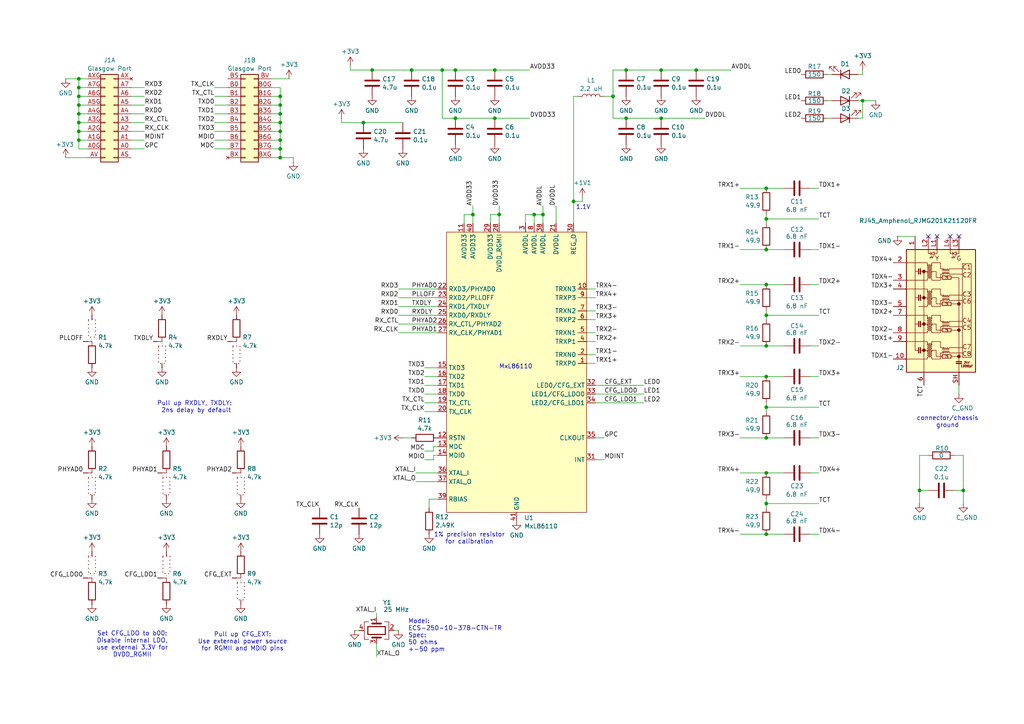
<source format=kicad_sch>
(kicad_sch (version 20231120) (generator "eeschema") (generator_version "8.0")
  (paper "A4")
  (junction (at 222.25 100.33))
  (junction (at 22.86 35.56))
  (junction (at 22.86 22.86))
  (junction (at 137.16 62.23))
  (junction (at 81.28 38.1))
  (junction (at 191.77 34.29))
  (junction (at 154.94 62.23))
  (junction (at 181.61 20.32))
  (junction (at 177.8 27.94))
  (junction (at 222.25 109.22))
  (junction (at 143.51 20.32))
  (junction (at 222.25 91.44))
  (junction (at 222.25 146.05))
  (junction (at 119.38 20.32))
  (junction (at 222.25 63.5))
  (junction (at 222.25 54.61))
  (junction (at 22.86 38.1))
  (junction (at 81.28 27.94))
  (junction (at 201.93 20.32))
  (junction (at 279.4 142.24))
  (junction (at 81.28 35.56))
  (junction (at 166.37 58.42))
  (junction (at 81.28 43.18))
  (junction (at 22.86 25.4))
  (junction (at 22.86 40.64))
  (junction (at 81.28 45.72))
  (junction (at 181.61 34.29))
  (junction (at 107.95 20.32))
  (junction (at 157.48 62.23))
  (junction (at 222.25 137.16))
  (junction (at 132.08 34.29))
  (junction (at 105.41 35.56))
  (junction (at 143.51 34.29))
  (junction (at 191.77 20.32))
  (junction (at 266.7 142.24))
  (junction (at 222.25 154.94))
  (junction (at 22.86 27.94))
  (junction (at 222.25 82.55))
  (junction (at 22.86 33.02))
  (junction (at 81.28 30.48))
  (junction (at 22.86 30.48))
  (junction (at 144.78 62.23))
  (junction (at 128.27 20.32))
  (junction (at 222.25 127))
  (junction (at 250.19 29.21))
  (junction (at 222.25 118.11))
  (junction (at 132.08 20.32))
  (junction (at 222.25 72.39))
  (junction (at 81.28 33.02))
  (junction (at 81.28 40.64))
  (no_connect (at 278.13 68.58))
  (no_connect (at 271.78 68.58))
  (no_connect (at 269.24 68.58))
  (no_connect (at 275.59 68.58))
  (wire (pts (xy 115.57 83.82) (xy 127 83.82)))
  (wire (pts (xy 170.18 96.52) (xy 172.72 96.52)))
  (wire (pts (xy 22.86 38.1) (xy 25.4 38.1)))
  (wire (pts (xy 128.27 20.32) (xy 128.27 34.29)))
  (wire (pts (xy 38.1 38.1) (xy 41.91 38.1)))
  (wire (pts (xy 120.65 139.7) (xy 127 139.7)))
  (wire (pts (xy 125.73 133.35) (xy 125.73 132.08)))
  (wire (pts (xy 123.19 109.22) (xy 127 109.22)))
  (wire (pts (xy 132.08 34.29) (xy 143.51 34.29)))
  (wire (pts (xy 134.62 62.23) (xy 137.16 62.23)))
  (wire (pts (xy 234.95 109.22) (xy 237.49 109.22)))
  (wire (pts (xy 222.25 63.5) (xy 237.49 63.5)))
  (wire (pts (xy 123.19 116.84) (xy 127 116.84)))
  (wire (pts (xy 81.28 27.94) (xy 81.28 30.48)))
  (wire (pts (xy 214.63 127) (xy 222.25 127)))
  (wire (pts (xy 22.86 30.48) (xy 22.86 27.94)))
  (wire (pts (xy 132.08 20.32) (xy 143.51 20.32)))
  (wire (pts (xy 125.73 129.54) (xy 127 129.54)))
  (wire (pts (xy 119.38 20.32) (xy 128.27 20.32)))
  (wire (pts (xy 115.57 91.44) (xy 127 91.44)))
  (wire (pts (xy 234.95 54.61) (xy 237.49 54.61)))
  (wire (pts (xy 222.25 154.94) (xy 227.33 154.94)))
  (wire (pts (xy 78.74 25.4) (xy 81.28 25.4)))
  (wire (pts (xy 107.95 20.32) (xy 119.38 20.32)))
  (wire (pts (xy 81.28 30.48) (xy 78.74 30.48)))
  (wire (pts (xy 127 144.78) (xy 124.46 144.78)))
  (wire (pts (xy 222.25 90.17) (xy 222.25 91.44)))
  (wire (pts (xy 128.27 34.29) (xy 132.08 34.29)))
  (wire (pts (xy 22.86 43.18) (xy 22.86 40.64)))
  (wire (pts (xy 22.86 40.64) (xy 22.86 38.1)))
  (wire (pts (xy 38.1 25.4) (xy 41.91 25.4)))
  (wire (pts (xy 78.74 22.86) (xy 83.82 22.86)))
  (wire (pts (xy 123.19 133.35) (xy 125.73 133.35)))
  (wire (pts (xy 172.72 116.84) (xy 186.69 116.84)))
  (wire (pts (xy 123.19 106.68) (xy 127 106.68)))
  (wire (pts (xy 214.63 109.22) (xy 222.25 109.22)))
  (wire (pts (xy 19.05 22.86) (xy 22.86 22.86)))
  (wire (pts (xy 62.23 27.94) (xy 66.04 27.94)))
  (wire (pts (xy 279.4 142.24) (xy 279.4 146.05)))
  (wire (pts (xy 250.19 29.21) (xy 254 29.21)))
  (wire (pts (xy 170.18 105.41) (xy 172.72 105.41)))
  (wire (pts (xy 175.26 127) (xy 172.72 127)))
  (wire (pts (xy 172.72 111.76) (xy 186.69 111.76)))
  (wire (pts (xy 276.86 142.24) (xy 279.4 142.24)))
  (wire (pts (xy 38.1 33.02) (xy 41.91 33.02)))
  (wire (pts (xy 101.6 19.05) (xy 101.6 20.32)))
  (wire (pts (xy 241.3 21.59) (xy 240.03 21.59)))
  (wire (pts (xy 191.77 34.29) (xy 204.47 34.29)))
  (wire (pts (xy 38.1 43.18) (xy 41.91 43.18)))
  (wire (pts (xy 214.63 154.94) (xy 222.25 154.94)))
  (wire (pts (xy 170.18 92.71) (xy 172.72 92.71)))
  (wire (pts (xy 22.86 25.4) (xy 25.4 25.4)))
  (wire (pts (xy 152.4 62.23) (xy 154.94 62.23)))
  (wire (pts (xy 166.37 27.94) (xy 166.37 58.42)))
  (wire (pts (xy 115.57 86.36) (xy 127 86.36)))
  (wire (pts (xy 120.65 137.16) (xy 127 137.16)))
  (wire (pts (xy 115.57 88.9) (xy 127 88.9)))
  (wire (pts (xy 62.23 38.1) (xy 66.04 38.1)))
  (wire (pts (xy 170.18 102.87) (xy 172.72 102.87)))
  (wire (pts (xy 81.28 27.94) (xy 78.74 27.94)))
  (wire (pts (xy 175.26 27.94) (xy 177.8 27.94)))
  (wire (pts (xy 144.78 62.23) (xy 144.78 64.77)))
  (wire (pts (xy 240.03 34.29) (xy 241.3 34.29)))
  (wire (pts (xy 222.25 82.55) (xy 227.33 82.55)))
  (wire (pts (xy 248.92 34.29) (xy 250.19 34.29)))
  (wire (pts (xy 269.24 132.08) (xy 266.7 132.08)))
  (wire (pts (xy 222.25 118.11) (xy 237.49 118.11)))
  (wire (pts (xy 38.1 27.94) (xy 41.91 27.94)))
  (wire (pts (xy 81.28 40.64) (xy 81.28 43.18)))
  (wire (pts (xy 81.28 30.48) (xy 81.28 33.02)))
  (wire (pts (xy 142.24 62.23) (xy 144.78 62.23)))
  (wire (pts (xy 22.86 22.86) (xy 22.86 25.4)))
  (wire (pts (xy 85.09 45.72) (xy 85.09 46.99)))
  (wire (pts (xy 222.25 146.05) (xy 222.25 147.32)))
  (wire (pts (xy 214.63 137.16) (xy 222.25 137.16)))
  (wire (pts (xy 222.25 72.39) (xy 227.33 72.39)))
  (wire (pts (xy 172.72 114.3) (xy 186.69 114.3)))
  (wire (pts (xy 191.77 20.32) (xy 201.93 20.32)))
  (wire (pts (xy 62.23 30.48) (xy 66.04 30.48)))
  (wire (pts (xy 99.06 35.56) (xy 105.41 35.56)))
  (wire (pts (xy 137.16 62.23) (xy 137.16 64.77)))
  (wire (pts (xy 234.95 127) (xy 237.49 127)))
  (wire (pts (xy 181.61 34.29) (xy 191.77 34.29)))
  (wire (pts (xy 222.25 91.44) (xy 222.25 92.71)))
  (wire (pts (xy 170.18 83.82) (xy 172.72 83.82)))
  (wire (pts (xy 123.19 111.76) (xy 127 111.76)))
  (wire (pts (xy 22.86 35.56) (xy 22.86 33.02)))
  (wire (pts (xy 157.48 59.69) (xy 157.48 62.23)))
  (wire (pts (xy 143.51 34.29) (xy 153.67 34.29)))
  (wire (pts (xy 266.7 132.08) (xy 266.7 142.24)))
  (wire (pts (xy 222.25 118.11) (xy 222.25 119.38)))
  (wire (pts (xy 154.94 62.23) (xy 157.48 62.23)))
  (wire (pts (xy 22.86 38.1) (xy 22.86 35.56)))
  (wire (pts (xy 222.25 54.61) (xy 227.33 54.61)))
  (wire (pts (xy 109.22 177.8) (xy 109.22 179.07)))
  (wire (pts (xy 81.28 43.18) (xy 81.28 45.72)))
  (wire (pts (xy 143.51 20.32) (xy 153.67 20.32)))
  (wire (pts (xy 234.95 72.39) (xy 237.49 72.39)))
  (wire (pts (xy 81.28 25.4) (xy 81.28 27.94)))
  (wire (pts (xy 214.63 54.61) (xy 222.25 54.61)))
  (wire (pts (xy 214.63 82.55) (xy 222.25 82.55)))
  (wire (pts (xy 214.63 100.33) (xy 222.25 100.33)))
  (wire (pts (xy 250.19 20.32) (xy 250.19 21.59)))
  (wire (pts (xy 85.09 45.72) (xy 81.28 45.72)))
  (wire (pts (xy 25.4 43.18) (xy 22.86 43.18)))
  (wire (pts (xy 152.4 64.77) (xy 152.4 62.23)))
  (wire (pts (xy 22.86 33.02) (xy 25.4 33.02)))
  (wire (pts (xy 22.86 40.64) (xy 25.4 40.64)))
  (wire (pts (xy 38.1 30.48) (xy 41.91 30.48)))
  (wire (pts (xy 222.25 137.16) (xy 227.33 137.16)))
  (wire (pts (xy 154.94 62.23) (xy 154.94 64.77)))
  (wire (pts (xy 62.23 40.64) (xy 66.04 40.64)))
  (wire (pts (xy 144.78 59.69) (xy 144.78 62.23)))
  (wire (pts (xy 123.19 119.38) (xy 127 119.38)))
  (wire (pts (xy 278.13 114.3) (xy 278.13 111.76)))
  (wire (pts (xy 248.92 29.21) (xy 250.19 29.21)))
  (wire (pts (xy 142.24 64.77) (xy 142.24 62.23)))
  (wire (pts (xy 81.28 33.02) (xy 81.28 35.56)))
  (wire (pts (xy 125.73 132.08) (xy 127 132.08)))
  (wire (pts (xy 22.86 27.94) (xy 25.4 27.94)))
  (wire (pts (xy 125.73 130.81) (xy 125.73 129.54)))
  (wire (pts (xy 266.7 142.24) (xy 266.7 146.05)))
  (wire (pts (xy 38.1 35.56) (xy 41.91 35.56)))
  (wire (pts (xy 62.23 25.4) (xy 66.04 25.4)))
  (wire (pts (xy 157.48 62.23) (xy 157.48 64.77)))
  (wire (pts (xy 81.28 43.18) (xy 78.74 43.18)))
  (wire (pts (xy 222.25 91.44) (xy 237.49 91.44)))
  (wire (pts (xy 124.46 144.78) (xy 124.46 147.32)))
  (wire (pts (xy 81.28 45.72) (xy 78.74 45.72)))
  (wire (pts (xy 177.8 34.29) (xy 181.61 34.29)))
  (wire (pts (xy 102.87 182.88) (xy 104.14 182.88)))
  (wire (pts (xy 222.25 146.05) (xy 237.49 146.05)))
  (wire (pts (xy 81.28 33.02) (xy 78.74 33.02)))
  (wire (pts (xy 137.16 59.69) (xy 137.16 62.23)))
  (wire (pts (xy 222.25 100.33) (xy 227.33 100.33)))
  (wire (pts (xy 177.8 20.32) (xy 181.61 20.32)))
  (wire (pts (xy 181.61 20.32) (xy 191.77 20.32)))
  (wire (pts (xy 166.37 58.42) (xy 166.37 64.77)))
  (wire (pts (xy 128.27 20.32) (xy 132.08 20.32)))
  (wire (pts (xy 222.25 63.5) (xy 222.25 64.77)))
  (wire (pts (xy 101.6 20.32) (xy 107.95 20.32)))
  (wire (pts (xy 123.19 114.3) (xy 127 114.3)))
  (wire (pts (xy 248.92 21.59) (xy 250.19 21.59)))
  (wire (pts (xy 234.95 154.94) (xy 237.49 154.94)))
  (wire (pts (xy 81.28 38.1) (xy 81.28 40.64)))
  (wire (pts (xy 81.28 40.64) (xy 78.74 40.64)))
  (wire (pts (xy 170.18 86.36) (xy 172.72 86.36)))
  (wire (pts (xy 62.23 33.02) (xy 66.04 33.02)))
  (wire (pts (xy 177.8 20.32) (xy 177.8 27.94)))
  (wire (pts (xy 168.91 57.15) (xy 168.91 58.42)))
  (wire (pts (xy 123.19 130.81) (xy 125.73 130.81)))
  (wire (pts (xy 260.35 68.58) (xy 265.43 68.58)))
  (wire (pts (xy 269.24 142.24) (xy 266.7 142.24)))
  (wire (pts (xy 22.86 30.48) (xy 22.86 33.02)))
  (wire (pts (xy 234.95 137.16) (xy 237.49 137.16)))
  (wire (pts (xy 222.25 127) (xy 227.33 127)))
  (wire (pts (xy 81.28 35.56) (xy 81.28 38.1)))
  (wire (pts (xy 166.37 58.42) (xy 168.91 58.42)))
  (wire (pts (xy 175.26 133.35) (xy 172.72 133.35)))
  (wire (pts (xy 222.25 116.84) (xy 222.25 118.11)))
  (wire (pts (xy 38.1 40.64) (xy 41.91 40.64)))
  (wire (pts (xy 222.25 62.23) (xy 222.25 63.5)))
  (wire (pts (xy 170.18 90.17) (xy 172.72 90.17)))
  (wire (pts (xy 22.86 30.48) (xy 25.4 30.48)))
  (wire (pts (xy 276.86 132.08) (xy 279.4 132.08)))
  (wire (pts (xy 279.4 132.08) (xy 279.4 142.24)))
  (wire (pts (xy 134.62 64.77) (xy 134.62 62.23)))
  (wire (pts (xy 105.41 35.56) (xy 116.84 35.56)))
  (wire (pts (xy 116.84 127) (xy 119.38 127)))
  (wire (pts (xy 234.95 82.55) (xy 237.49 82.55)))
  (wire (pts (xy 201.93 20.32) (xy 212.09 20.32)))
  (wire (pts (xy 161.29 59.69) (xy 161.29 64.77)))
  (wire (pts (xy 22.86 35.56) (xy 25.4 35.56)))
  (wire (pts (xy 250.19 29.21) (xy 250.19 34.29)))
  (wire (pts (xy 62.23 43.18) (xy 66.04 43.18)))
  (wire (pts (xy 22.86 22.86) (xy 25.4 22.86)))
  (wire (pts (xy 222.25 109.22) (xy 227.33 109.22)))
  (wire (pts (xy 99.06 34.29) (xy 99.06 35.56)))
  (wire (pts (xy 109.22 190.5) (xy 109.22 186.69)))
  (wire (pts (xy 81.28 38.1) (xy 78.74 38.1)))
  (wire (pts (xy 22.86 25.4) (xy 22.86 27.94)))
  (wire (pts (xy 214.63 72.39) (xy 222.25 72.39)))
  (wire (pts (xy 170.18 99.06) (xy 172.72 99.06)))
  (wire (pts (xy 234.95 100.33) (xy 237.49 100.33)))
  (wire (pts (xy 167.64 27.94) (xy 166.37 27.94)))
  (wire (pts (xy 177.8 27.94) (xy 177.8 34.29)))
  (wire (pts (xy 115.57 96.52) (xy 127 96.52)))
  (wire (pts (xy 19.05 45.72) (xy 25.4 45.72)))
  (wire (pts (xy 240.03 29.21) (xy 241.3 29.21)))
  (wire (pts (xy 81.28 35.56) (xy 78.74 35.56)))
  (wire (pts (xy 62.23 35.56) (xy 66.04 35.56)))
  (wire (pts (xy 115.57 93.98) (xy 127 93.98)))
  (wire (pts (xy 114.3 182.88) (xy 115.57 182.88)))
  (wire (pts (xy 222.25 144.78) (xy 222.25 146.05)))
  (text "1.1V" (at 169.164 60.198 0) (effects (font (size 1.27 1.27))))
  (text "MxL86110" (at 149.606 106.426 0) (effects (font (size 1.27 1.27))))
  (text "Pull up RXDLY, TXDLY: \n2ns delay by default" (at 56.896 118.11 0) (effects (font (size 1.27 1.27))))
  (text "connector/chassis\nground" (at 274.828 122.428 0) (effects (font (size 1.27 1.27))))
  (text "Set CFG_LDO to b00:\nDisable internal LDO,\nuse external 3.3V for\nDVDD_RGMII" (at 38.354 186.944 0) (effects (font (size 1.27 1.27))))
  (text "Pull up CFG_EXT:\nUse external power source\nfor RGMII and MDIO pins" (at 70.358 186.182 0) (effects (font (size 1.27 1.27))))
  (text "1% precision resistor\nfor calibration" (at 136.144 156.21 0) (effects (font (size 1.27 1.27))))
  (text "Model: \nECS-250-10-37B-CTN-TR\nSpec:\n50 ohms\n+-50 ppm" (at 118.364 184.404 0) (effects (font (size 1.27 1.27)) (justify left)))
  (label "TXD1" (at 62.23 33.02 180))
  (label "DVDD33" (at 144.78 59.69 90))
  (label "MDC" (at 123.19 130.81 180))
  (label "TDX2-" (at 237.49 100.33 0))
  (label "RX_CLK" (at 115.57 96.52 180))
  (label "RXD0" (at 115.57 91.44 180))
  (label "TXD2" (at 62.23 35.56 180))
  (label "CFG_LDO1" (at 45.72 167.64 180))
  (label "PHYAD0" (at 24.13 137.16 180))
  (label "TRX3-" (at 214.63 127 180))
  (label "CFG_LDO0" (at 24.13 167.64 180))
  (label "MDIO" (at 123.19 133.35 180))
  (label "RXDLY" (at 66.04 99.06 180))
  (label "TCT" (at 237.49 91.44 0))
  (label "DVDDL" (at 204.47 34.29 0))
  (label "MDINT" (at 175.26 133.35 0))
  (label "TCT" (at 237.49 146.05 0))
  (label "TX_CLK" (at 123.19 119.38 180))
  (label "TRX3+" (at 214.63 109.22 180))
  (label "TRX1+" (at 172.72 105.41 0))
  (label "AVDD33" (at 153.67 20.32 0))
  (label "LED2" (at 186.69 116.84 0))
  (label "TRX2-" (at 214.63 100.33 180))
  (label "TDX1+" (at 237.49 54.61 0))
  (label "TXD0" (at 123.19 114.3 180))
  (label "PLLOFF" (at 119.38 86.36 0))
  (label "DVDD33" (at 153.67 34.29 0))
  (label "TDX3+" (at 237.49 109.22 0))
  (label "RX_CLK" (at 104.14 147.32 180))
  (label "TRX4-" (at 214.63 154.94 180))
  (label "TDX4-" (at 237.49 154.94 0))
  (label "TRX1+" (at 214.63 54.61 180))
  (label "TCT" (at 237.49 63.5 0))
  (label "RXD1" (at 115.57 88.9 180))
  (label "TRX4+" (at 214.63 137.16 180))
  (label "RXDLY" (at 119.38 91.44 0))
  (label "GPC" (at 41.91 43.18 0))
  (label "TCT" (at 237.49 118.11 0))
  (label "TXDLY" (at 44.45 99.06 180))
  (label "RXD0" (at 41.91 33.02 0))
  (label "MDIO" (at 62.23 40.64 180))
  (label "TDX1-" (at 237.49 72.39 0))
  (label "CFG_EXT" (at 67.31 167.64 180))
  (label "GPC" (at 175.26 127 0))
  (label "AVDD33" (at 137.16 59.69 90))
  (label "RXD3" (at 115.57 83.82 180))
  (label "RXD1" (at 41.91 30.48 0))
  (label "TCT" (at 267.97 111.76 270))
  (label "TRX1-" (at 214.63 72.39 180))
  (label "TXD3" (at 62.23 38.1 180))
  (label "PHYAD2" (at 119.38 93.98 0))
  (label "XTAL_O" (at 120.65 139.7 180))
  (label "TRX1-" (at 172.72 102.87 0))
  (label "TRX2+" (at 214.63 82.55 180))
  (label "TDX3+" (at 259.08 83.82 180))
  (label "TX_CLK" (at 92.71 147.32 180))
  (label "AVDDL" (at 212.09 20.32 0))
  (label "XTAL_I" (at 109.22 177.8 180))
  (label "RXD2" (at 115.57 86.36 180))
  (label "LED0" (at 232.41 21.59 180))
  (label "TRX2+" (at 172.72 99.06 0))
  (label "CFG_LDO1" (at 175.26 116.84 0))
  (label "TRX3-" (at 172.72 90.17 0))
  (label "MDC" (at 62.23 43.18 180))
  (label "TXD2" (at 123.19 109.22 180))
  (label "TDX3-" (at 259.08 88.9 180))
  (label "PHYAD1" (at 45.72 137.16 180))
  (label "TX_CTL" (at 62.23 27.94 180))
  (label "TDX1+" (at 259.08 99.06 180))
  (label "TXDLY" (at 119.38 88.9 0))
  (label "XTAL_I" (at 120.65 137.16 180))
  (label "LED0" (at 186.69 111.76 0))
  (label "PHYAD0" (at 119.38 83.82 0))
  (label "PLLOFF" (at 24.13 99.06 180))
  (label "LED2" (at 232.41 34.29 180))
  (label "PHYAD2" (at 67.31 137.16 180))
  (label "TRX4-" (at 172.72 83.82 0))
  (label "TDX4-" (at 259.08 81.28 180))
  (label "RX_CTL" (at 41.91 35.56 0))
  (label "CFG_EXT" (at 175.26 111.76 0))
  (label "PHYAD1" (at 119.38 96.52 0))
  (label "RXD2" (at 41.91 27.94 0))
  (label "RXD3" (at 41.91 25.4 0))
  (label "TRX2-" (at 172.72 96.52 0))
  (label "TDX2+" (at 259.08 91.44 180))
  (label "RX_CLK" (at 41.91 38.1 0))
  (label "TXD0" (at 62.23 30.48 180))
  (label "TRX4+" (at 172.72 86.36 0))
  (label "XTAL_O" (at 109.22 190.5 0))
  (label "TDX2-" (at 259.08 96.52 180))
  (label "LED1" (at 186.69 114.3 0))
  (label "TDX2+" (at 237.49 82.55 0))
  (label "TX_CTL" (at 123.19 116.84 180))
  (label "TXD3" (at 123.19 106.68 180))
  (label "TX_CLK" (at 62.23 25.4 180))
  (label "DVDDL" (at 161.29 59.69 90))
  (label "TDX4+" (at 237.49 137.16 0))
  (label "AVDDL" (at 157.48 59.69 90))
  (label "CFG_LDO0" (at 175.26 114.3 0))
  (label "MDINT" (at 41.91 40.64 0))
  (label "TDX1-" (at 259.08 104.14 180))
  (label "TDX4+" (at 259.08 76.2 180))
  (label "TXD1" (at 123.19 111.76 180))
  (label "TDX3-" (at 237.49 127 0))
  (label "LED1" (at 232.41 29.21 180))
  (label "TRX3+" (at 172.72 92.71 0))
  (label "RX_CTL" (at 115.57 93.98 180))
  (symbol (lib_id "power:+3V3") (at 83.82 22.86 0) (unit 1)
    (property "Reference" "#PWR021" (effects (hide yes)))
    (property "Value" "+3V3" (at 83.82 18.7269 0))
    (property "Description" "Power symbol creates a global label with name \"+3V3\"" (effects (hide yes)))
  )
  (symbol (lib_id "power:GND") (at 181.61 27.94 0) (unit 1)
    (property "Reference" "#PWR033" (effects (hide yes)))
    (property "Value" "GND" (at 181.61 32.0731 0))
    (property "Description" "Power symbol creates a global label with name \"GND\" , ground" (effects (hide yes)))
  )
  (symbol (lib_id "Device:Crystal_GND24") (at 109.22 182.88 270) (unit 1)
    (property "Reference" "Y1" (at 113.538 174.752 90) (effects (justify right)))
    (property "Value" "25 MHz" (at 118.618 176.784 90) (effects (justify right)))
    (property "Footprint" "glasgow:XTAL_ECS-160-9-37-CKM-TR" (effects (hide yes)))
    (property "Description" "Four pin crystal, GND on pins 2 and 4" (effects (hide yes)))
  )
  (symbol (lib_id "Device:C") (at 107.95 24.13 0) (unit 1)
    (property "Reference" "C17" (at 110.871 22.9178 0) (effects (justify left)))
    (property "Value" "4.7u" (at 110.871 25.3421 0) (effects (justify left)))
    (property "Footprint" "Capacitor_SMD:C_1206_3216Metric" (effects (hide yes)))
    (property "Description" "Unpolarized capacitor" (effects (hide yes)))
  )
  (symbol (lib_id "Device:LED") (at 245.11 21.59 0) (mirror x) (unit 1)
    (property "Reference" "D1" (at 245.11 18.542 0))
    (property "Value" "LED" (effects (hide yes)))
    (property "Footprint" "Diode_SMD:D_0603_1608Metric" (effects (hide yes)))
    (property "Description" "Light emitting diode" (effects (hide yes)))
  )
  (symbol (lib_id "Device:R") (at 236.22 21.59 90) (unit 1)
    (property "Reference" "R17" (at 236.22 19.304 90))
    (property "Value" "150" (at 236.22 21.59 90))
    (property "Footprint" "Resistor_SMD:R_0402_1005Metric" (effects (hide yes)))
    (property "Description" "Resistor" (effects (hide yes)))
  )
  (symbol (lib_id "Device:C") (at 231.14 154.94 270) (mirror x) (unit 1)
    (property "Reference" "C24" (at 231.14 149.098 90))
    (property "Value" "6.8 nF" (at 231.14 151.13 90))
    (property "Footprint" "Capacitor_SMD:C_0402_1005Metric" (effects (hide yes)))
    (property "Description" "Unpolarized capacitor" (effects (hide yes)))
  )
  (symbol (lib_id "power:GND") (at 149.86 151.13 0) (unit 1)
    (property "Reference" "#PWR032" (effects (hide yes)))
    (property "Value" "GND" (at 149.86 155.2631 0))
    (property "Description" "Power symbol creates a global label with name \"GND\" , ground" (effects (hide yes)))
  )
  (symbol (lib_id "Device:C") (at 132.08 24.13 0) (unit 1)
    (property "Reference" "C3" (at 135.001 22.9178 0) (effects (justify left)))
    (property "Value" "0.1u" (at 135.001 25.3421 0) (effects (justify left)))
    (property "Footprint" "Capacitor_SMD:C_0402_1005Metric" (effects (hide yes)))
    (property "Description" "Unpolarized capacitor" (effects (hide yes)))
  )
  (symbol (lib_id "power:+3V3") (at 26.67 91.44 0) (unit 1)
    (property "Reference" "#PWR03" (effects (hide yes)))
    (property "Value" "+3V3" (at 26.67 87.3069 0))
    (property "Description" "Power symbol creates a global label with name \"+3V3\"" (effects (hide yes)))
  )
  (symbol (lib_id "Device:C") (at 231.14 127 270) (mirror x) (unit 1)
    (property "Reference" "C16" (at 231.14 121.158 90))
    (property "Value" "6.8 nF" (at 231.14 123.19 90))
    (property "Footprint" "Capacitor_SMD:C_0402_1005Metric" (effects (hide yes)))
    (property "Description" "Unpolarized capacitor" (effects (hide yes)))
  )
  (symbol (lib_id "power:GND") (at 266.7 146.05 0) (unit 1)
    (property "Reference" "#PWR049" (effects (hide yes)))
    (property "Value" "GND" (at 266.7 150.1831 0))
    (property "Description" "Power symbol creates a global label with name \"GND\" , ground" (effects (hide yes)))
  )
  (symbol (lib_id "glasgow:Glasgow Ports") (at 30.48 35.56 0) (unit 1)
    (property "Reference" "J1" (at 31.75 17.4455 0))
    (property "Value" "Glasgow Port" (at 31.75 19.8698 0))
    (property "Footprint" "glasgow:Glasgow" (effects (hide yes)))
  )
  (symbol (lib_id "Device:C") (at 201.93 24.13 0) (unit 1)
    (property "Reference" "C19" (at 204.851 22.9178 0) (effects (justify left)))
    (property "Value" "0.1u" (at 204.851 25.3421 0) (effects (justify left)))
    (property "Footprint" "Capacitor_SMD:C_0402_1005Metric" (effects (hide yes)))
    (property "Description" "Unpolarized capacitor" (effects (hide yes)))
  )
  (symbol (lib_id "Device:C") (at 273.05 142.24 270) (unit 1)
    (property "Reference" "C22" (at 273.05 135.9365 90))
    (property "Value" "0.1u" (at 273.05 138.3608 90))
    (property "Footprint" "Capacitor_SMD:C_0402_1005Metric" (effects (hide yes)))
    (property "Description" "Unpolarized capacitor" (effects (hide yes)))
  )
  (symbol (lib_id "Device:R") (at 124.46 151.13 180) (unit 1)
    (property "Reference" "R12" (at 126.238 149.9178 0) (effects (justify right)))
    (property "Value" "2.49K" (at 126.238 152.3421 0) (effects (justify right)))
    (property "Footprint" "Resistor_SMD:R_0402_1005Metric" (effects (hide yes)))
    (property "Description" "Resistor" (effects (hide yes)))
  )
  (symbol (lib_id "power:GND") (at 26.67 106.68 0) (unit 1)
    (property "Reference" "#PWR04" (effects (hide yes)))
    (property "Value" "GND" (at 26.67 110.8131 0))
    (property "Description" "Power symbol creates a global label with name \"GND\" , ground" (effects (hide yes)))
  )
  (symbol (lib_id "Device:C") (at 231.14 82.55 270) (unit 1)
    (property "Reference" "C13" (at 231.14 86.36 90))
    (property "Value" "6.8 nF" (at 231.14 88.7843 90))
    (property "Footprint" "Capacitor_SMD:C_0402_1005Metric" (effects (hide yes)))
    (property "Description" "Unpolarized capacitor" (effects (hide yes)))
  )
  (symbol (lib_id "Ethernet:MxL86110") (at 149.86 102.87 0) (unit 1)
    (property "Reference" "U1" (at 152.0541 150.1831 0) (effects (justify left)))
    (property "Value" "MxL86110" (at 152.0541 152.6074 0) (effects (justify left)))
    (property "Footprint" "glasgow:QFN-40-1EP_5x5mm_P0.4mm_EP3.8x3.8mm" (effects (hide yes)))
  )
  (symbol (lib_id "power:+3V3") (at 19.05 45.72 0) (unit 1)
    (property "Reference" "#PWR02" (effects (hide yes)))
    (property "Value" "+3V3" (at 18.796 41.91 0))
    (property "Description" "Power symbol creates a global label with name \"+3V3\"" (effects (hide yes)))
  )
  (symbol (lib_id "power:+3V3") (at 101.6 19.05 0) (unit 1)
    (property "Reference" "#PWR027" (effects (hide yes)))
    (property "Value" "+3V3" (at 101.6 14.9169 0))
    (property "Description" "Power symbol creates a global label with name \"+3V3\"" (effects (hide yes)))
  )
  (symbol (lib_id "Device:R") (at 222.25 96.52 0) (unit 1)
    (property "Reference" "R16" (at 216.154 95.25 0) (effects (justify left)))
    (property "Value" "49.9" (at 216.154 97.6743 0) (effects (justify left)))
    (property "Footprint" "Resistor_SMD:R_0402_1005Metric" (effects (hide yes)))
    (property "Description" "Resistor" (effects (hide yes)))
  )
  (symbol (lib_id "power:GND") (at 19.05 22.86 0) (unit 1)
    (property "Reference" "#PWR01" (effects (hide yes)))
    (property "Value" "GND" (at 19.05 26.9931 0))
    (property "Description" "Power symbol creates a global label with name \"GND\" , ground" (effects (hide yes)))
  )
  (symbol (lib_id "power:GND") (at 26.67 175.26 0) (unit 1)
    (property "Reference" "#PWR08" (effects (hide yes)))
    (property "Value" "GND" (at 26.67 179.3931 0))
    (property "Description" "Power symbol creates a global label with name \"GND\" , ground" (effects (hide yes)))
  )
  (symbol (lib_id "Device:R") (at 222.25 140.97 0) (unit 1)
    (property "Reference" "R22" (at 216.154 139.7 0) (effects (justify left)))
    (property "Value" "49.9" (at 216.154 142.1243 0) (effects (justify left)))
    (property "Footprint" "Resistor_SMD:R_0402_1005Metric" (effects (hide yes)))
    (property "Description" "Resistor" (effects (hide yes)))
  )
  (symbol (lib_id "Device:R") (at 222.25 113.03 0) (unit 1)
    (property "Reference" "R20" (at 216.154 111.76 0) (effects (justify left)))
    (property "Value" "49.9" (at 216.154 114.1843 0) (effects (justify left)))
    (property "Footprint" "Resistor_SMD:R_0402_1005Metric" (effects (hide yes)))
    (property "Description" "Resistor" (effects (hide yes)))
  )
  (symbol (lib_id "power:+3V3") (at 48.26 129.54 0) (unit 1)
    (property "Reference" "#PWR011" (effects (hide yes)))
    (property "Value" "+3V3" (at 48.26 125.4069 0))
    (property "Description" "Power symbol creates a global label with name \"+3V3\"" (effects (hide yes)))
  )
  (symbol (lib_id "glasgow:R-3-way") (at 48.26 133.35 0) (unit 1)
    (property "Reference" "R5" (at 50.038 135.9478 0) (effects (justify left)))
    (property "Value" "4.7k" (at 50.038 138.3721 0) (effects (justify left)))
    (property "Footprint" "glasgow:R-3-Way_0402_1005Metric" (effects (hide yes)))
    (property "Description" "Resistor" (effects (hide yes)))
  )
  (symbol (lib_id "Device:LED") (at 245.11 34.29 180) (unit 1)
    (property "Reference" "D3" (at 245.364 31.496 0))
    (property "Value" "LED" (effects (hide yes)))
    (property "Footprint" "Diode_SMD:D_0603_1608Metric" (effects (hide yes)))
    (property "Description" "Light emitting diode" (effects (hide yes)))
  )
  (symbol (lib_id "glasgow:R-3-way") (at 69.85 133.35 0) (unit 1)
    (property "Reference" "R8" (at 71.628 135.9478 0) (effects (justify left)))
    (property "Value" "4.7k" (at 71.628 138.3721 0) (effects (justify left)))
    (property "Footprint" "glasgow:R-3-Way_0402_1005Metric" (effects (hide yes)))
    (property "Description" "Resistor" (effects (hide yes)))
  )
  (symbol (lib_id "power:GND") (at 46.99 106.68 0) (unit 1)
    (property "Reference" "#PWR010" (effects (hide yes)))
    (property "Value" "GND" (at 46.99 110.8131 0))
    (property "Description" "Power symbol creates a global label with name \"GND\" , ground" (effects (hide yes)))
  )
  (symbol (lib_id "power:GND") (at 132.08 27.94 0) (unit 1)
    (property "Reference" "#PWR028" (effects (hide yes)))
    (property "Value" "GND" (at 132.08 32.0731 0))
    (property "Description" "Power symbol creates a global label with name \"GND\" , ground" (effects (hide yes)))
  )
  (symbol (lib_id "power:+3V3") (at 250.19 20.32 0) (unit 1)
    (property "Reference" "#PWR037" (effects (hide yes)))
    (property "Value" "+3V3" (at 250.19 16.1869 0))
    (property "Description" "Power symbol creates a global label with name \"+3V3\"" (effects (hide yes)))
  )
  (symbol (lib_id "power:GND") (at 26.67 144.78 0) (unit 1)
    (property "Reference" "#PWR06" (effects (hide yes)))
    (property "Value" "GND" (at 26.67 148.9131 0))
    (property "Description" "Power symbol creates a global label with name \"GND\" , ground" (effects (hide yes)))
  )
  (symbol (lib_id "power:GND") (at 191.77 27.94 0) (unit 1)
    (property "Reference" "#PWR035" (effects (hide yes)))
    (property "Value" "GND" (at 191.77 32.0731 0))
    (property "Description" "Power symbol creates a global label with name \"GND\" , ground" (effects (hide yes)))
  )
  (symbol (lib_id "glasgow:R-3-way") (at 26.67 133.35 0) (unit 1)
    (property "Reference" "R2" (at 28.448 135.9478 0) (effects (justify left)))
    (property "Value" "4.7k" (at 28.448 138.3721 0) (effects (justify left)))
    (property "Footprint" "glasgow:R-3-Way_0402_1005Metric" (effects (hide yes)))
    (property "Description" "Resistor" (effects (hide yes)))
  )
  (symbol (lib_id "Device:R") (at 273.05 132.08 270) (unit 1)
    (property "Reference" "R10" (at 271.272 130.048 90) (effects (justify left)))
    (property "Value" "0" (at 272.288 132.08 90) (effects (justify left)))
    (property "Footprint" "Resistor_SMD:R_0402_1005Metric" (effects (hide yes)))
    (property "Description" "Resistor" (effects (hide yes)))
  )
  (symbol (lib_id "power:GND") (at 191.77 41.91 0) (unit 1)
    (property "Reference" "#PWR036" (effects (hide yes)))
    (property "Value" "GND" (at 191.77 46.0431 0))
    (property "Description" "Power symbol creates a global label with name \"GND\" , ground" (effects (hide yes)))
  )
  (symbol (lib_id "Device:C") (at 143.51 38.1 0) (unit 1)
    (property "Reference" "C6" (at 146.431 36.8878 0) (effects (justify left)))
    (property "Value" "0.1u" (at 146.431 39.3121 0) (effects (justify left)))
    (property "Footprint" "Capacitor_SMD:C_0402_1005Metric" (effects (hide yes)))
    (property "Description" "Unpolarized capacitor" (effects (hide yes)))
  )
  (symbol (lib_id "power:+3V3") (at 48.26 160.02 0) (unit 1)
    (property "Reference" "#PWR013" (effects (hide yes)))
    (property "Value" "+3V3" (at 48.26 155.8869 0))
    (property "Description" "Power symbol creates a global label with name \"+3V3\"" (effects (hide yes)))
  )
  (symbol (lib_id "Device:R") (at 222.25 58.42 0) (unit 1)
    (property "Reference" "R13" (at 216.154 57.15 0) (effects (justify left)))
    (property "Value" "49.9" (at 216.154 59.5743 0) (effects (justify left)))
    (property "Footprint" "Resistor_SMD:R_0402_1005Metric" (effects (hide yes)))
    (property "Description" "Resistor" (effects (hide yes)))
  )
  (symbol (lib_id "power:+3V3") (at 116.84 127 90) (unit 1)
    (property "Reference" "#PWR025" (effects (hide yes)))
    (property "Value" "+3V3" (at 113.665 127 90) (effects (justify left)))
    (property "Description" "Power symbol creates a global label with name \"+3V3\"" (effects (hide yes)))
  )
  (symbol (lib_id "power:+1V1") (at 168.91 57.15 0) (unit 1)
    (property "Reference" "#PWR042" (effects (hide yes)))
    (property "Value" "+1V1" (at 168.91 53.0169 0))
    (property "Description" "Power symbol creates a global label with name \"+1V1\"" (effects (hide yes)))
  )
  (symbol (lib_id "Device:C") (at 143.51 24.13 0) (unit 1)
    (property "Reference" "C5" (at 146.431 22.9178 0) (effects (justify left)))
    (property "Value" "0.1u" (at 146.431 25.3421 0) (effects (justify left)))
    (property "Footprint" "Capacitor_SMD:C_0402_1005Metric" (effects (hide yes)))
    (property "Description" "Unpolarized capacitor" (effects (hide yes)))
  )
  (symbol (lib_id "power:GND") (at 143.51 27.94 0) (unit 1)
    (property "Reference" "#PWR030" (effects (hide yes)))
    (property "Value" "GND" (at 143.51 32.0731 0))
    (property "Description" "Power symbol creates a global label with name \"GND\" , ground" (effects (hide yes)))
  )
  (symbol (lib_id "power:GND") (at 254 29.21 0) (unit 1)
    (property "Reference" "#PWR044" (effects (hide yes)))
    (property "Value" "GND" (at 254 33.3431 0))
    (property "Description" "Power symbol creates a global label with name \"GND\" , ground" (effects (hide yes)))
  )
  (symbol (lib_id "power:GND") (at 201.93 27.94 0) (unit 1)
    (property "Reference" "#PWR043" (effects (hide yes)))
    (property "Value" "GND" (at 201.93 32.0731 0))
    (property "Description" "Power symbol creates a global label with name \"GND\" , ground" (effects (hide yes)))
  )
  (symbol (lib_id "power:GND") (at 69.85 175.26 0) (unit 1)
    (property "Reference" "#PWR020" (effects (hide yes)))
    (property "Value" "GND" (at 69.85 179.3931 0))
    (property "Description" "Power symbol creates a global label with name \"GND\" , ground" (effects (hide yes)))
  )
  (symbol (lib_id "power:GND") (at 132.08 41.91 0) (unit 1)
    (property "Reference" "#PWR029" (effects (hide yes)))
    (property "Value" "GND" (at 132.08 46.0431 0))
    (property "Description" "Power symbol creates a global label with name \"GND\" , ground" (effects (hide yes)))
  )
  (symbol (lib_id "glasgow:Glasgow Ports") (at 71.12 35.56 0) (unit 2)
    (property "Reference" "J1" (at 72.39 17.4455 0))
    (property "Value" "Glasgow Port" (at 72.39 19.8698 0))
    (property "Footprint" "glasgow:Glasgow" (effects (hide yes)))
  )
  (symbol (lib_id "power:GND") (at 85.09 46.99 0) (unit 1)
    (property "Reference" "#PWR022" (effects (hide yes)))
    (property "Value" "GND" (at 85.09 51.1231 0))
    (property "Description" "Power symbol creates a global label with name \"GND\" , ground" (effects (hide yes)))
  )
  (symbol (lib_id "Device:C") (at 116.84 39.37 0) (unit 1)
    (property "Reference" "C21" (at 119.761 38.1578 0) (effects (justify left)))
    (property "Value" "0.1u" (at 119.761 40.5821 0) (effects (justify left)))
    (property "Footprint" "Capacitor_SMD:C_0402_1005Metric" (effects (hide yes)))
    (property "Description" "Unpolarized capacitor" (effects (hide yes)))
  )
  (symbol (lib_id "power:GND") (at 92.71 154.94 0) (unit 1)
    (property "Reference" "#PWR023" (effects (hide yes)))
    (property "Value" "GND" (at 92.71 159.0731 0))
    (property "Description" "Power symbol creates a global label with name \"GND\" , ground" (effects (hide yes)))
  )
  (symbol (lib_id "Device:R") (at 236.22 34.29 90) (unit 1)
    (property "Reference" "R19" (at 236.22 32.258 90))
    (property "Value" "150" (at 236.22 34.29 90))
    (property "Footprint" "Resistor_SMD:R_0402_1005Metric" (effects (hide yes)))
    (property "Description" "Resistor" (effects (hide yes)))
  )
  (symbol (lib_id "glasgow:R-3-way") (at 48.26 171.45 0) (mirror x) (unit 1)
    (property "Reference" "R6" (at 50.038 166.4278 0) (effects (justify left)))
    (property "Value" "4.7k" (at 50.038 168.8521 0) (effects (justify left)))
    (property "Footprint" "glasgow:R-3-Way_0402_1005Metric" (effects (hide yes)))
    (property "Description" "Resistor" (effects (hide yes)))
  )
  (symbol (lib_id "glasgow:R-3-way") (at 26.67 171.45 0) (mirror x) (unit 1)
    (property "Reference" "R3" (at 28.448 166.4278 0) (effects (justify left)))
    (property "Value" "4.7k" (at 28.448 168.8521 0) (effects (justify left)))
    (property "Footprint" "glasgow:R-3-Way_0402_1005Metric" (effects (hide yes)))
    (property "Description" "Resistor" (effects (hide yes)))
  )
  (symbol (lib_id "power:GND") (at 107.95 27.94 0) (unit 1)
    (property "Reference" "#PWR040" (effects (hide yes)))
    (property "Value" "GND" (at 107.95 32.0731 0))
    (property "Description" "Power symbol creates a global label with name \"GND\" , ground" (effects (hide yes)))
  )
  (symbol (lib_id "power:GND") (at 115.57 182.88 0) (unit 1)
    (property "Reference" "#PWR052" (effects (hide yes)))
    (property "Value" "GND" (at 115.57 187.0131 0))
    (property "Description" "Power symbol creates a global label with name \"GND\" , ground" (effects (hide yes)))
  )
  (symbol (lib_id "Device:R") (at 222.25 151.13 0) (unit 1)
    (property "Reference" "R23" (at 216.154 149.86 0) (effects (justify left)))
    (property "Value" "49.9" (at 216.154 152.2843 0) (effects (justify left)))
    (property "Footprint" "Resistor_SMD:R_0402_1005Metric" (effects (hide yes)))
    (property "Description" "Resistor" (effects (hide yes)))
  )
  (symbol (lib_id "power:+3V3") (at 69.85 160.02 0) (unit 1)
    (property "Reference" "#PWR019" (effects (hide yes)))
    (property "Value" "+3V3" (at 69.85 155.8869 0))
    (property "Description" "Power symbol creates a global label with name \"+3V3\"" (effects (hide yes)))
  )
  (symbol (lib_id "Device:C") (at 231.14 72.39 270) (mirror x) (unit 1)
    (property "Reference" "C12" (at 231.14 66.548 90))
    (property "Value" "6.8 nF" (at 231.14 68.58 90))
    (property "Footprint" "Capacitor_SMD:C_0402_1005Metric" (effects (hide yes)))
    (property "Description" "Unpolarized capacitor" (effects (hide yes)))
  )
  (symbol (lib_id "Device:C") (at 231.14 54.61 270) (unit 1)
    (property "Reference" "C11" (at 231.14 58.42 90))
    (property "Value" "6.8 nF" (at 231.14 60.8443 90))
    (property "Footprint" "Capacitor_SMD:C_0402_1005Metric" (effects (hide yes)))
    (property "Description" "Unpolarized capacitor" (effects (hide yes)))
  )
  (symbol (lib_id "Device:C") (at 119.38 24.13 0) (unit 1)
    (property "Reference" "C18" (at 122.301 22.9178 0) (effects (justify left)))
    (property "Value" "0.1u" (at 122.301 25.3421 0) (effects (justify left)))
    (property "Footprint" "Capacitor_SMD:C_0402_1005Metric" (effects (hide yes)))
    (property "Description" "Unpolarized capacitor" (effects (hide yes)))
  )
  (symbol (lib_id "power:GND") (at 48.26 144.78 0) (unit 1)
    (property "Reference" "#PWR012" (effects (hide yes)))
    (property "Value" "GND" (at 48.26 148.9131 0))
    (property "Description" "Power symbol creates a global label with name \"GND\" , ground" (effects (hide yes)))
  )
  (symbol (lib_id "power:GND") (at 68.58 106.68 0) (unit 1)
    (property "Reference" "#PWR016" (effects (hide yes)))
    (property "Value" "GND" (at 68.58 110.8131 0))
    (property "Description" "Power symbol creates a global label with name \"GND\" , ground" (effects (hide yes)))
  )
  (symbol (lib_id "Device:C") (at 92.71 151.13 0) (unit 1)
    (property "Reference" "C1" (at 95.631 149.9178 0) (effects (justify left)))
    (property "Value" "12p" (at 95.631 152.3421 0) (effects (justify left)))
    (property "Footprint" "Capacitor_SMD:C_0402_1005Metric" (effects (hide yes)))
    (property "Description" "Unpolarized capacitor" (effects (hide yes)))
  )
  (symbol (lib_id "glasgow:R-3-way") (at 26.67 102.87 0) (mirror x) (unit 1)
    (property "Reference" "R1" (at 28.448 97.8478 0) (effects (justify left)))
    (property "Value" "4.7k" (at 28.448 100.2721 0) (effects (justify left)))
    (property "Footprint" "glasgow:R-3-Way_0402_1005Metric" (effects (hide yes)))
    (property "Description" "Resistor" (effects (hide yes)))
  )
  (symbol (lib_id "power:+3V3") (at 26.67 160.02 0) (unit 1)
    (property "Reference" "#PWR07" (effects (hide yes)))
    (property "Value" "+3V3" (at 26.67 155.8869 0))
    (property "Description" "Power symbol creates a global label with name \"+3V3\"" (effects (hide yes)))
  )
  (symbol (lib_id "power:GND") (at 104.14 154.94 0) (unit 1)
    (property "Reference" "#PWR024" (effects (hide yes)))
    (property "Value" "GND" (at 104.14 159.0731 0))
    (property "Description" "Power symbol creates a global label with name \"GND\" , ground" (effects (hide yes)))
  )
  (symbol (lib_id "Device:R") (at 222.25 86.36 0) (unit 1)
    (property "Reference" "R15" (at 216.154 85.09 0) (effects (justify left)))
    (property "Value" "49.9" (at 216.154 87.5143 0) (effects (justify left)))
    (property "Footprint" "Resistor_SMD:R_0402_1005Metric" (effects (hide yes)))
    (property "Description" "Resistor" (effects (hide yes)))
  )
  (symbol (lib_id "Device:C") (at 132.08 38.1 0) (unit 1)
    (property "Reference" "C4" (at 135.001 36.8878 0) (effects (justify left)))
    (property "Value" "0.1u" (at 135.001 39.3121 0) (effects (justify left)))
    (property "Footprint" "Capacitor_SMD:C_0402_1005Metric" (effects (hide yes)))
    (property "Description" "Unpolarized capacitor" (effects (hide yes)))
  )
  (symbol (lib_id "power:GND") (at 278.13 114.3 0) (unit 1)
    (property "Reference" "#PWR048" (effects (hide yes)))
    (property "Value" "C_GND" (at 279.146 118.364 0))
    (property "Description" "Power symbol creates a global label with name \"GND\" , ground" (effects (hide yes)))
  )
  (symbol (lib_id "power:GND") (at 279.4 146.05 0) (unit 1)
    (property "Reference" "#PWR050" (effects (hide yes)))
    (property "Value" "C_GND" (at 280.416 150.114 0))
    (property "Description" "Power symbol creates a global label with name \"GND\" , ground" (effects (hide yes)))
  )
  (symbol (lib_id "Device:C") (at 191.77 24.13 0) (unit 1)
    (property "Reference" "C9" (at 194.691 22.9178 0) (effects (justify left)))
    (property "Value" "0.1u" (at 194.691 25.3421 0) (effects (justify left)))
    (property "Footprint" "Capacitor_SMD:C_0402_1005Metric" (effects (hide yes)))
    (property "Description" "Unpolarized capacitor" (effects (hide yes)))
  )
  (symbol (lib_id "power:GND") (at 124.46 154.94 0) (unit 1)
    (property "Reference" "#PWR026" (effects (hide yes)))
    (property "Value" "GND" (at 124.46 159.0731 0))
    (property "Description" "Power symbol creates a global label with name \"GND\" , ground" (effects (hide yes)))
  )
  (symbol (lib_id "Device:L") (at 171.45 27.94 90) (unit 1)
    (property "Reference" "L1" (at 171.45 23.2902 90))
    (property "Value" "2.2 uH" (at 171.45 25.7145 90))
    (property "Footprint" "Inductor_SMD:L_0603_1608Metric" (effects (hide yes)))
    (property "Description" "Inductor" (effects (hide yes)))
  )
  (symbol (lib_id "Device:LED") (at 245.11 29.21 180) (unit 1)
    (property "Reference" "D2" (at 245.364 26.416 0))
    (property "Value" "LED" (effects (hide yes)))
    (property "Footprint" "Diode_SMD:D_0603_1608Metric" (effects (hide yes)))
    (property "Description" "Light emitting diode" (effects (hide yes)))
  )
  (symbol (lib_id "glasgow:R-3-way") (at 68.58 95.25 0) (unit 1)
    (property "Reference" "R7" (at 70.358 97.8478 0) (effects (justify left)))
    (property "Value" "4.7k" (at 70.358 100.2721 0) (effects (justify left)))
    (property "Footprint" "glasgow:R-3-Way_0402_1005Metric" (effects (hide yes)))
    (property "Description" "Resistor" (effects (hide yes)))
  )
  (symbol (lib_id "Device:R") (at 222.25 68.58 0) (unit 1)
    (property "Reference" "R14" (at 216.154 67.31 0) (effects (justify left)))
    (property "Value" "49.9" (at 216.154 69.7343 0) (effects (justify left)))
    (property "Footprint" "Resistor_SMD:R_0402_1005Metric" (effects (hide yes)))
    (property "Description" "Resistor" (effects (hide yes)))
  )
  (symbol (lib_id "power:GND") (at 69.85 144.78 0) (unit 1)
    (property "Reference" "#PWR018" (effects (hide yes)))
    (property "Value" "GND" (at 69.85 148.9131 0))
    (property "Description" "Power symbol creates a global label with name \"GND\" , ground" (effects (hide yes)))
  )
  (symbol (lib_id "Device:C") (at 191.77 38.1 0) (unit 1)
    (property "Reference" "C10" (at 194.691 36.8878 0) (effects (justify left)))
    (property "Value" "0.1u" (at 194.691 39.3121 0) (effects (justify left)))
    (property "Footprint" "Capacitor_SMD:C_0402_1005Metric" (effects (hide yes)))
    (property "Description" "Unpolarized capacitor" (effects (hide yes)))
  )
  (symbol (lib_id "Device:C") (at 104.14 151.13 0) (unit 1)
    (property "Reference" "C2" (at 107.061 149.9178 0) (effects (justify left)))
    (property "Value" "12p" (at 107.061 152.3421 0) (effects (justify left)))
    (property "Footprint" "Capacitor_SMD:C_0402_1005Metric" (effects (hide yes)))
    (property "Description" "Unpolarized capacitor" (effects (hide yes)))
  )
  (symbol (lib_id "Device:C") (at 231.14 137.16 270) (unit 1)
    (property "Reference" "C23" (at 231.14 140.97 90))
    (property "Value" "6.8 nF" (at 231.14 143.3943 90))
    (property "Footprint" "Capacitor_SMD:C_0402_1005Metric" (effects (hide yes)))
    (property "Description" "Unpolarized capacitor" (effects (hide yes)))
  )
  (symbol (lib_id "glasgow:R-3-way") (at 46.99 95.25 0) (unit 1)
    (property "Reference" "R4" (at 48.768 97.8478 0) (effects (justify left)))
    (property "Value" "4.7k" (at 48.768 100.2721 0) (effects (justify left)))
    (property "Footprint" "glasgow:R-3-Way_0402_1005Metric" (effects (hide yes)))
    (property "Description" "Resistor" (effects (hide yes)))
  )
  (symbol (lib_id "power:+3V3") (at 26.67 129.54 0) (unit 1)
    (property "Reference" "#PWR05" (effects (hide yes)))
    (property "Value" "+3V3" (at 26.67 125.4069 0))
    (property "Description" "Power symbol creates a global label with name \"+3V3\"" (effects (hide yes)))
  )
  (symbol (lib_id "power:+3V3") (at 46.99 91.44 0) (unit 1)
    (property "Reference" "#PWR09" (effects (hide yes)))
    (property "Value" "+3V3" (at 46.99 87.3069 0))
    (property "Description" "Power symbol creates a global label with name \"+3V3\"" (effects (hide yes)))
  )
  (symbol (lib_id "power:GND") (at 260.35 68.58 0) (unit 1)
    (property "Reference" "#PWR039" (effects (hide yes)))
    (property "Value" "GND" (at 254.508 69.85 0) (effects (justify left)))
    (property "Description" "Power symbol creates a global label with name \"GND\" , ground" (effects (hide yes)))
  )
  (symbol (lib_id "glasgow:R-3-way") (at 69.85 163.83 0) (unit 1)
    (property "Reference" "R9" (at 71.628 166.4278 0) (effects (justify left)))
    (property "Value" "4.7k" (at 71.628 168.8521 0) (effects (justify left)))
    (property "Footprint" "glasgow:R-3-Way_0402_1005Metric" (effects (hide yes)))
    (property "Description" "Resistor" (effects (hide yes)))
  )
  (symbol (lib_id "Device:C") (at 181.61 38.1 0) (unit 1)
    (property "Reference" "C8" (at 184.531 36.8878 0) (effects (justify left)))
    (property "Value" "0.1u" (at 184.531 39.3121 0) (effects (justify left)))
    (property "Footprint" "Capacitor_SMD:C_0402_1005Metric" (effects (hide yes)))
    (property "Description" "Unpolarized capacitor" (effects (hide yes)))
  )
  (symbol (lib_id "Device:C") (at 105.41 39.37 0) (unit 1)
    (property "Reference" "C20" (at 108.331 38.1578 0) (effects (justify left)))
    (property "Value" "4.7u" (at 108.331 40.5821 0) (effects (justify left)))
    (property "Footprint" "Capacitor_SMD:C_1206_3216Metric" (effects (hide yes)))
    (property "Description" "Unpolarized capacitor" (effects (hide yes)))
  )
  (symbol (lib_id "power:+3V3") (at 69.85 129.54 0) (unit 1)
    (property "Reference" "#PWR017" (effects (hide yes)))
    (property "Value" "+3V3" (at 69.85 125.4069 0))
    (property "Description" "Power symbol creates a global label with name \"+3V3\"" (effects (hide yes)))
  )
  (symbol (lib_id "Device:R") (at 123.19 127 90) (unit 1)
    (property "Reference" "R11" (at 123.19 121.8395 90))
    (property "Value" "4.7k" (at 123.19 124.2638 90))
    (property "Footprint" "Resistor_SMD:R_0402_1005Metric" (effects (hide yes)))
    (property "Description" "Resistor" (effects (hide yes)))
  )
  (symbol (lib_id "power:GND") (at 105.41 43.18 0) (unit 1)
    (property "Reference" "#PWR046" (effects (hide yes)))
    (property "Value" "GND" (at 105.41 47.3131 0))
    (property "Description" "Power symbol creates a global label with name \"GND\" , ground" (effects (hide yes)))
  )
  (symbol (lib_id "power:GND") (at 119.38 27.94 0) (unit 1)
    (property "Reference" "#PWR041" (effects (hide yes)))
    (property "Value" "GND" (at 119.38 32.0731 0))
    (property "Description" "Power symbol creates a global label with name \"GND\" , ground" (effects (hide yes)))
  )
  (symbol (lib_id "power:GND") (at 48.26 175.26 0) (unit 1)
    (property "Reference" "#PWR014" (effects (hide yes)))
    (property "Value" "GND" (at 48.26 179.3931 0))
    (property "Description" "Power symbol creates a global label with name \"GND\" , ground" (effects (hide yes)))
  )
  (symbol (lib_id "Device:R") (at 222.25 123.19 0) (unit 1)
    (property "Reference" "R21" (at 216.154 121.92 0) (effects (justify left)))
    (property "Value" "49.9" (at 216.154 124.3443 0) (effects (justify left)))
    (property "Footprint" "Resistor_SMD:R_0402_1005Metric" (effects (hide yes)))
    (property "Description" "Resistor" (effects (hide yes)))
  )
  (symbol (lib_id "Device:C") (at 181.61 24.13 0) (unit 1)
    (property "Reference" "C7" (at 184.531 22.9178 0) (effects (justify left)))
    (property "Value" "0.1u" (at 184.531 25.3421 0) (effects (justify left)))
    (property "Footprint" "Capacitor_SMD:C_0402_1005Metric" (effects (hide yes)))
    (property "Description" "Unpolarized capacitor" (effects (hide yes)))
  )
  (symbol (lib_id "Device:R") (at 236.22 29.21 90) (unit 1)
    (property "Reference" "R18" (at 236.22 27.178 90))
    (property "Value" "150" (at 236.22 29.21 90))
    (property "Footprint" "Resistor_SMD:R_0402_1005Metric" (effects (hide yes)))
    (property "Description" "Resistor" (effects (hide yes)))
  )
  (symbol (lib_id "Device:C") (at 231.14 100.33 270) (mirror x) (unit 1)
    (property "Reference" "C14" (at 231.14 94.488 90))
    (property "Value" "6.8 nF" (at 231.14 96.52 90))
    (property "Footprint" "Capacitor_SMD:C_0402_1005Metric" (effects (hide yes)))
    (property "Description" "Unpolarized capacitor" (effects (hide yes)))
  )
  (symbol (lib_id "Device:C") (at 231.14 109.22 270) (unit 1)
    (property "Reference" "C15" (at 231.14 113.03 90))
    (property "Value" "6.8 nF" (at 231.14 115.4543 90))
    (property "Footprint" "Capacitor_SMD:C_0402_1005Metric" (effects (hide yes)))
    (property "Description" "Unpolarized capacitor" (effects (hide yes)))
  )
  (symbol (lib_id "power:+3V3") (at 99.06 34.29 0) (unit 1)
    (property "Reference" "#PWR045" (effects (hide yes)))
    (property "Value" "+3V3" (at 99.06 30.1569 0))
    (property "Description" "Power symbol creates a global label with name \"+3V3\"" (effects (hide yes)))
  )
  (symbol (lib_id "power:GND") (at 181.61 41.91 0) (unit 1)
    (property "Reference" "#PWR034" (effects (hide yes)))
    (property "Value" "GND" (at 181.61 46.0431 0))
    (property "Description" "Power symbol creates a global label with name \"GND\" , ground" (effects (hide yes)))
  )
  (symbol (lib_id "power:+3V3") (at 68.58 91.44 0) (unit 1)
    (property "Reference" "#PWR015" (effects (hide yes)))
    (property "Value" "+3V3" (at 68.58 87.3069 0))
    (property "Description" "Power symbol creates a global label with name \"+3V3\"" (effects (hide yes)))
  )
  (symbol (lib_id "power:GND") (at 143.51 41.91 0) (unit 1)
    (property "Reference" "#PWR031" (effects (hide yes)))
    (property "Value" "GND" (at 143.51 46.0431 0))
    (property "Description" "Power symbol creates a global label with name \"GND\" , ground" (effects (hide yes)))
  )
  (symbol (lib_id "glasgow:RJ45_Amphenol_RJMG201K21120FR") (at 267.97 91.44 0) (unit 1)
    (property "Reference" "J2" (at 259.842 106.68 0) (effects (justify left)))
    (property "Value" "RJ45_Amphenol_RJMG201K21120FR" (at 249.174 64.008 0) (effects (justify left)))
    (property "Footprint" "glasgow:AMPHENOL_RJMG201K21120FR" (effects (hide yes)))
    (property "Datasheet" "https://cdn.amphenol-cs.com/media/wysiwyg/files/drawing/rjmg201k2xx20xr.pdf" (effects (hide yes)))
  )
  (symbol (lib_id "power:GND") (at 116.84 43.18 0) (unit 1)
    (property "Reference" "#PWR047" (effects (hide yes)))
    (property "Value" "GND" (at 116.84 47.3131 0))
    (property "Description" "Power symbol creates a global label with name \"GND\" , ground" (effects (hide yes)))
  )
  (symbol (lib_id "power:GND") (at 102.87 182.88 0) (unit 1)
    (property "Reference" "#PWR051" (effects (hide yes)))
    (property "Value" "GND" (at 102.87 187.0131 0))
    (property "Description" "Power symbol creates a global label with name \"GND\" , ground" (effects (hide yes)))
  )
)
</source>
